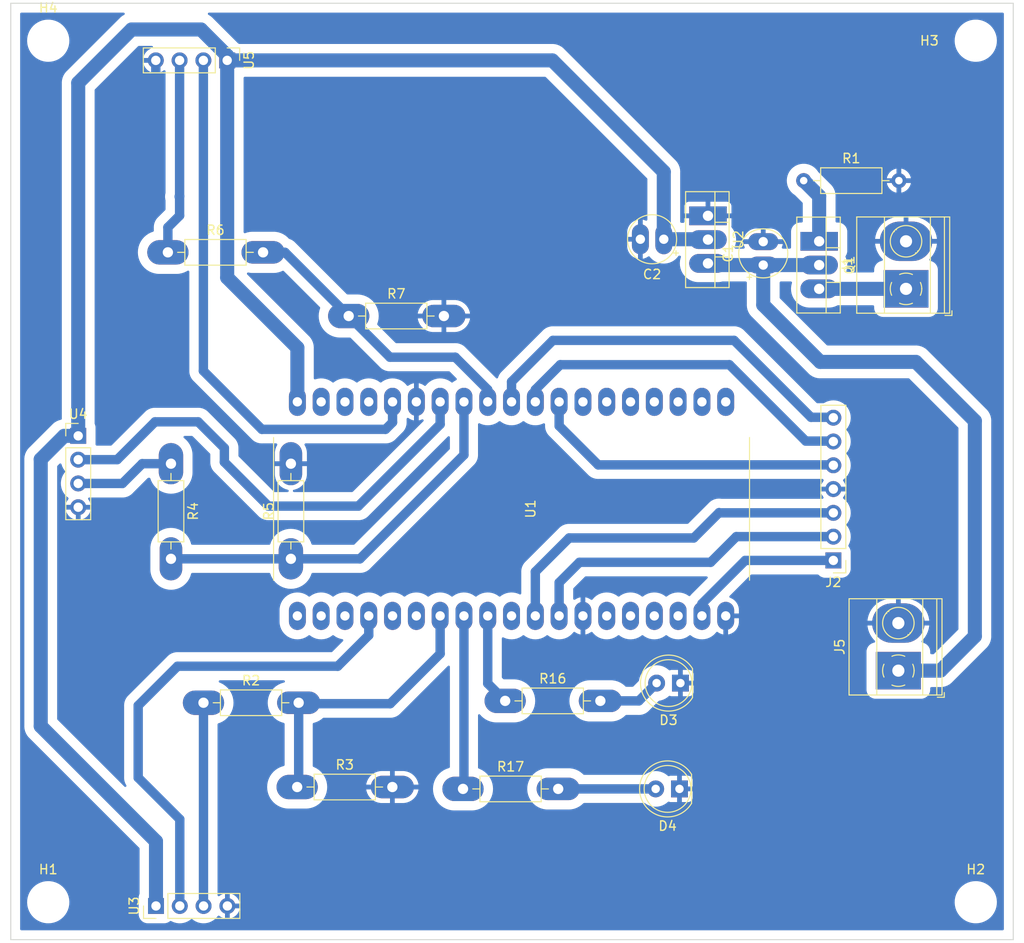
<source format=kicad_pcb>
(kicad_pcb (version 20211014) (generator pcbnew)
  (layers (0 "F.Cu" signal) (31 "B.Cu" signal) (34 "B.Paste" user) (35 "F.Paste" user) (36 "B.SilkS" user "B.Silkscreen") (37 "F.SilkS" user "F.Silkscreen") (38 "B.Mask" user) (39 "F.Mask" user) (44 "Edge.Cuts" user))
  (net 0 "")
  (net 1 "+12V")
  (net 2 "GND")
  (net 3 "+5V")
  (net 4 "Net-(D3-Pad2)")
  (net 5 "Net-(D4-Pad2)")
  (net 6 "+12P")
  (net 7 "ENA")
  (net 8 "IN1")
  (net 9 "IN2")
  (net 10 "IN3")
  (net 11 "IN4")
  (net 12 "ENB")
  (net 13 "Net-(Q1-Pad1)")
  (net 14 "+3.3V")
  (net 15 "ETRIG1")
  (net 16 "/Sensors/ECHO1")
  (net 17 "EECHO1")
  (net 18 "ETRIG2")
  (net 19 "/Sensors/ECHO2")
  (net 20 "EECHO2")
  (net 21 "ETRIG3")
  (net 22 "/Sensors/ECHO3")
  (net 23 "EECHO3")
  (net 24 "RLIGHT3")
  (net 25 "RLIGHT4")
  (net 31 "/SDA")
  (net 32 "/RX")
  (net 33 "/TX")
  (net 34 "/SCL")
  (footprint "UserLibrary:R_Axial_DIN0207_L6.3mm_D2.5mm_P10.16mm_Horizontal" (layer "F.Cu") (at 135.27 108.9)
    (fp_text reference "R17" (at 5.08 -2.37) (layer "F.SilkS"))
    (fp_text value "100")
    (fp_line (start 9.12 0) (end 8.35 0) (layer "F.SilkS") (width 0.12))
    (fp_line (start 8.35 -1.37) (end 1.81 -1.37) (layer "F.SilkS") (width 0.12))
    (fp_line (start 8.35 1.37) (end 8.35 -1.37) (layer "F.SilkS") (width 0.12))
    (fp_line (start 1.81 1.37) (end 8.35 1.37) (layer "F.SilkS") (width 0.12))
    (fp_line (start 1.81 -1.37) (end 1.81 1.37) (layer "F.SilkS") (width 0.12))
    (fp_line (start 1.04 0) (end 1.81 0) (layer "F.SilkS") (width 0.12))
    (pad "1" thru_hole oval (at 0 0) (size 4.4 2.6) (drill 1.1) (layers *.Cu *.Mask) (net 25 "RLIGHT4"))
    (pad "2" thru_hole oval (at 10.16 0) (size 4.6 2.4) (drill 1.1) (layers *.Cu *.Mask) (net 5 "Net-(D4-Pad2)"))
  )
  (footprint "UserLibrary:TerminalBlock_Phoenix_MKDS-1,5-2-5.08_1x02_P5.08mm_Horizontal" (layer "F.Cu") (at 181.737 96.271 90)
    (fp_text reference "J5" (at 2.54 -6.26 90) (layer "F.SilkS"))
    (fp_text value "Screw_Terminal_01x02")
    (fp_line (start -2.84 4.9) (end -2.34 4.9) (layer "F.SilkS") (width 0.12))
    (fp_line (start 7.68 -5.261) (end 7.68 4.66) (layer "F.SilkS") (width 0.12))
    (fp_line (start -2.6 4.1) (end 7.68 4.1) (layer "F.SilkS") (width 0.12))
    (fp_line (start 3.853 1.023) (end 3.806 1.069) (layer "F.SilkS") (width 0.12))
    (fp_line (start 4.046 1.239) (end 4.011 1.274) (layer "F.SilkS") (width 0.12))
    (fp_line (start -2.6 2.6) (end 7.68 2.6) (layer "F.SilkS") (width 0.12))
    (fp_line (start -2.6 -5.261) (end -2.6 4.66) (layer "F.SilkS") (width 0.12))
    (fp_line (start -2.6 -5.261) (end 7.68 -5.261) (layer "F.SilkS") (width 0.12))
    (fp_line (start 6.15 -1.275) (end 6.115 -1.239) (layer "F.SilkS") (width 0.12))
    (fp_line (start -2.6 4.66) (end 7.68 4.66) (layer "F.SilkS") (width 0.12))
    (fp_line (start -2.84 4.16) (end -2.84 4.9) (layer "F.SilkS") (width 0.12))
    (fp_line (start -2.6 -2.301) (end 7.68 -2.301) (layer "F.SilkS") (width 0.12))
    (fp_line (start 6.355 -1.069) (end 6.308 -1.023) (layer "F.SilkS") (width 0.12))
    (fp_arc (start 0.683318 1.534756) (mid 0.349292 1.643288) (end 0 1.68) (layer "F.SilkS") (width 0.12))
    (fp_arc (start -0.683042 -1.535427) (mid 0.000524 -1.680501) (end 0.684 -1.535) (layer "F.SilkS") (width 0.12))
    (fp_arc (start 0.028805 1.680253) (mid -0.335551 1.646659) (end -0.684 1.535) (layer "F.SilkS") (width 0.12))
    (fp_arc (start -1.535427 0.683042) (mid -1.680501 -0.000524) (end -1.535 -0.684) (layer "F.SilkS") (width 0.12))
    (fp_arc (start 1.535427 -0.683042) (mid 1.680501 0.000524) (end 1.535 0.684) (layer "F.SilkS") (width 0.12))
    (fp_circle (center 5.08 0) (end 6.76 0) (layer "F.SilkS") (width 0.12) (fill none))
    (pad "1" thru_hole rect (at 0 0 90) (size 4 4.8) (drill 1.3) (layers *.Cu *.Mask) (net 1 "+12V"))
    (pad "2" thru_hole oval (at 5.08 0 90) (size 4.2 5.6) (drill 1.3) (layers *.Cu *.Mask) (net 2 "GND"))
  )
  (footprint "Connector_PinHeader_2.54mm:PinHeader_1x04_P2.54mm_Vertical" (layer "F.Cu") (at 94.2 71.2)
    (fp_text reference "U4" (at 0 -2.33) (layer "F.SilkS"))
    (fp_text value "Ultrasonic")
    (fp_line (start 1.33 1.27) (end 1.33 8.95) (layer "F.SilkS") (width 0.12))
    (fp_line (start -1.33 -1.33) (end 0 -1.33) (layer "F.SilkS") (width 0.12))
    (fp_line (start -1.33 8.95) (end 1.33 8.95) (layer "F.SilkS") (width 0.12))
    (fp_line (start -1.33 1.27) (end -1.33 8.95) (layer "F.SilkS") (width 0.12))
    (fp_line (start -1.33 1.27) (end 1.33 1.27) (layer "F.SilkS") (width 0.12))
    (fp_line (start -1.33 0) (end -1.33 -1.33) (layer "F.SilkS") (width 0.12))
    (pad "1" thru_hole rect (at 0 0) (size 1.7 1.7) (drill 1) (layers *.Cu *.Mask) (net 3 "+5V"))
    (pad "2" thru_hole oval (at 0 2.54) (size 1.7 1.7) (drill 1) (layers *.Cu *.Mask) (net 18 "ETRIG2"))
    (pad "3" thru_hole oval (at 0 5.08) (size 1.7 1.7) (drill 1) (layers *.Cu *.Mask) (net 19 "/Sensors/ECHO2"))
    (pad "4" thru_hole oval (at 0 7.62) (size 1.7 1.7) (drill 1) (layers *.Cu *.Mask) (net 2 "GND"))
  )
  (footprint "Resistor_THT:R_Axial_DIN0207_L6.3mm_D2.5mm_P10.16mm_Horizontal" (layer "F.Cu") (at 171.633 43.942)
    (fp_text reference "R1" (at 5.08 -2.37) (layer "F.SilkS"))
    (fp_text value "1.1k")
    (fp_line (start 9.12 0) (end 8.35 0) (layer "F.SilkS") (width 0.12))
    (fp_line (start 1.04 0) (end 1.81 0) (layer "F.SilkS") (width 0.12))
    (fp_line (start 8.35 1.37) (end 8.35 -1.37) (layer "F.SilkS") (width 0.12))
    (fp_line (start 1.81 -1.37) (end 1.81 1.37) (layer "F.SilkS") (width 0.12))
    (fp_line (start 1.81 1.37) (end 8.35 1.37) (layer "F.SilkS") (width 0.12))
    (fp_line (start 8.35 -1.37) (end 1.81 -1.37) (layer "F.SilkS") (width 0.12))
    (pad "1" thru_hole circle (at 0 0) (size 1.6 1.6) (drill 0.8) (layers *.Cu *.Mask) (net 13 "Net-(Q1-Pad1)"))
    (pad "2" thru_hole oval (at 10.16 0) (size 1.6 1.6) (drill 0.8) (layers *.Cu *.Mask) (net 2 "GND"))
  )
  (footprint "Connector_PinHeader_2.54mm:PinHeader_1x07_P2.54mm_Vertical" (layer "F.Cu") (at 174.8 84.5 180)
    (fp_text reference "J2" (at 0 -2.33) (layer "F.SilkS"))
    (fp_text value "Conn_01x07_Male")
    (fp_line (start -1.33 16.57) (end 1.33 16.57) (layer "F.SilkS") (width 0.12))
    (fp_line (start -1.33 0) (end -1.33 -1.33) (layer "F.SilkS") (width 0.12))
    (fp_line (start 1.33 1.27) (end 1.33 16.57) (layer "F.SilkS") (width 0.12))
    (fp_line (start -1.33 1.27) (end 1.33 1.27) (layer "F.SilkS") (width 0.12))
    (fp_line (start -1.33 -1.33) (end 0 -1.33) (layer "F.SilkS") (width 0.12))
    (fp_line (start -1.33 1.27) (end -1.33 16.57) (layer "F.SilkS") (width 0.12))
    (pad "1" thru_hole rect (at 0 0 180) (size 1.7 1.7) (drill 1) (layers *.Cu *.Mask) (net 7 "ENA"))
    (pad "2" thru_hole oval (at 0 2.54 180) (size 1.7 1.7) (drill 1) (layers *.Cu *.Mask) (net 8 "IN1"))
    (pad "3" thru_hole oval (at 0 5.08 180) (size 1.7 1.7) (drill 1) (layers *.Cu *.Mask) (net 9 "IN2"))
    (pad "4" thru_hole oval (at 0 7.62 180) (size 1.7 1.7) (drill 1) (layers *.Cu *.Mask) (net 2 "GND"))
    (pad "5" thru_hole oval (at 0 10.16 180) (size 1.7 1.7) (drill 1) (layers *.Cu *.Mask) (net 10 "IN3"))
    (pad "6" thru_hole oval (at 0 12.7 180) (size 1.7 1.7) (drill 1) (layers *.Cu *.Mask) (net 11 "IN4"))
    (pad "7" thru_hole oval (at 0 15.24 180) (size 1.7 1.7) (drill 1) (layers *.Cu *.Mask) (net 12 "ENB"))
  )
  (footprint "UserLibrary:R_Axial_DIN0207_L6.3mm_D2.5mm_P10.16mm_Horizontal" (layer "F.Cu") (at 117.57 108.7)
    (fp_text reference "R3" (at 5.08 -2.37) (layer "F.SilkS"))
    (fp_text value "2k")
    (fp_line (start 1.81 1.37) (end 8.35 1.37) (layer "F.SilkS") (width 0.12))
    (fp_line (start 8.35 -1.37) (end 1.81 -1.37) (layer "F.SilkS") (width 0.12))
    (fp_line (start 1.81 -1.37) (end 1.81 1.37) (layer "F.SilkS") (width 0.12))
    (fp_line (start 1.04 0) (end 1.81 0) (layer "F.SilkS") (width 0.12))
    (fp_line (start 9.12 0) (end 8.35 0) (layer "F.SilkS") (width 0.12))
    (fp_line (start 8.35 1.37) (end 8.35 -1.37) (layer "F.SilkS") (width 0.12))
    (pad "1" thru_hole oval (at 0 0) (size 4.4 2.6) (drill 1.1) (layers *.Cu *.Mask) (net 17 "EECHO1"))
    (pad "2" thru_hole oval (at 10.16 0) (size 4.6 2.4) (drill 1.1) (layers *.Cu *.Mask) (net 2 "GND"))
  )
  (footprint "MountingHole:MountingHole_2.5mm" (layer "F.Cu") (at 91 29)
    (fp_text reference "H4" (at 0 -3.5) (layer "F.SilkS"))
    (fp_text value "MountingHole")
    (pad "" np_thru_hole circle (at 0 0) (size 2.5 2.5) (drill 2.5) (layers *.Cu *.Mask))
  )
  (footprint "UserLibrary:TerminalBlock_Phoenix_MKDS-1,5-2-5.08_1x02_P5.08mm_Horizontal" (layer "F.Cu") (at 182.555 55.499 90)
    (fp_text reference "J1" (at 2.54 -6.26 90) (layer "F.SilkS"))
    (fp_text value "Screw_Terminal_01x02")
    (fp_line (start -2.6 4.66) (end 7.68 4.66) (layer "F.SilkS") (width 0.12))
    (fp_line (start 6.355 -1.069) (end 6.308 -1.023) (layer "F.SilkS") (width 0.12))
    (fp_line (start 7.68 -5.261) (end 7.68 4.66) (layer "F.SilkS") (width 0.12))
    (fp_line (start -2.6 -2.301) (end 7.68 -2.301) (layer "F.SilkS") (width 0.12))
    (fp_line (start -2.6 -5.261) (end 7.68 -5.261) (layer "F.SilkS") (width 0.12))
    (fp_line (start -2.84 4.16) (end -2.84 4.9) (layer "F.SilkS") (width 0.12))
    (fp_line (start -2.6 -5.261) (end -2.6 4.66) (layer "F.SilkS") (width 0.12))
    (fp_line (start 3.853 1.023) (end 3.806 1.069) (layer "F.SilkS") (width 0.12))
    (fp_line (start -2.84 4.9) (end -2.34 4.9) (layer "F.SilkS") (width 0.12))
    (fp_line (start -2.6 4.1) (end 7.68 4.1) (layer "F.SilkS") (width 0.12))
    (fp_line (start 6.15 -1.275) (end 6.115 -1.239) (layer "F.SilkS") (width 0.12))
    (fp_line (start -2.6 2.6) (end 7.68 2.6) (layer "F.SilkS") (width 0.12))
    (fp_line (start 4.046 1.239) (end 4.011 1.274) (layer "F.SilkS") (width 0.12))
    (fp_arc (start 0.683318 1.534756) (mid 0.349292 1.643288) (end 0 1.68) (layer "F.SilkS") (width 0.12))
    (fp_arc (start -1.535427 0.683042) (mid -1.680501 -0.000524) (end -1.535 -0.684) (layer "F.SilkS") (width 0.12))
    (fp_arc (start 0.028805 1.680253) (mid -0.335551 1.646659) (end -0.684 1.535) (layer "F.SilkS") (width 0.12))
    (fp_arc (start -0.683042 -1.535427) (mid 0.000524 -1.680501) (end 0.684 -1.535) (layer "F.SilkS") (width 0.12))
    (fp_arc (start 1.535427 -0.683042) (mid 1.680501 0.000524) (end 1.535 0.684) (layer "F.SilkS") (width 0.12))
    (fp_circle (center 5.08 0) (end 6.76 0) (layer "F.SilkS") (width 0.12) (fill none))
    (pad "1" thru_hole rect (at 0 0 90) (size 4 4.8) (drill 1.3) (layers *.Cu *.Mask) (net 6 "+12P"))
    (pad "2" thru_hole oval (at 5.08 0 90) (size 4.2 5.6) (drill 1.3) (layers *.Cu *.Mask) (net 2 "GND"))
  )
  (footprint "UserLibrary:TO-220-3_Vertical" (layer "F.Cu") (at 160.4 47.7 -90)
    (fp_text reference "U2" (at 2.54 -4.27 90) (layer "F.SilkS"))
    (fp_text value "LM1084-5.0")
    (fp_line (start 4.391 -3.27) (end 4.391 -1.76) (layer "F.SilkS") (width 0.12))
    (fp_line (start -2.58 -3.27) (end 7.66 -3.27) (layer "F.SilkS") (width 0.12))
    (fp_line (start 0.69 -3.27) (end 0.69 -1.76) (layer "F.SilkS") (width 0.12))
    (fp_line (start -2.58 -3.27) (end -2.58 1.371) (layer "F.SilkS") (width 0.12))
    (fp_line (start -2.58 1.371) (end 7.66 1.371) (layer "F.SilkS") (width 0.12))
    (fp_line (start 7.66 -3.27) (end 7.66 1.371) (layer "F.SilkS") (width 0.12))
    (fp_line (start -2.58 -1.76) (end 7.66 -1.76) (layer "F.SilkS") (width 0.12))
    (pad "1" thru_hole rect (at 0 -1.016 270) (size 2 4) (drill 1.1) (layers *.Cu *.Mask) (net 2 "GND"))
    (pad "2" thru_hole oval (at 2.54 -1.016 270) (size 2 4) (drill 1.1) (layers *.Cu *.Mask) (net 3 "+5V"))
    (pad "3" thru_hole oval (at 5.08 -1.016 270) (size 2 4) (drill 1.1) (layers *.Cu *.Mask) (net 1 "+12V"))
  )
  (footprint "UserLibrary:CP_Radial_D5.0mm_P2.50mm" (layer "F.Cu") (at 156.7 50.2 180)
    (fp_text reference "C2" (at 1.25 -3.75) (layer "F.SilkS"))
    (fp_text value "10uF")
    (fp_line (start -1.554775 -1.475) (end -1.054775 -1.475) (layer "F.SilkS") (width 0.12))
    (fp_line (start -1.304775 -1.725) (end -1.304775 -1.225) (layer "F.SilkS") (width 0.12))
    (fp_circle (center 1.25 0) (end 3.87 0) (layer "F.SilkS") (width 0.12) (fill none))
    (pad "1" thru_hole oval (at 0 0 180) (size 1.8 3.2) (drill 1) (layers *.Cu *.Mask) (net 3 "+5V"))
    (pad "2" thru_hole oval (at 2.5 0 180) (size 1.8 3.2) (drill 1) (layers *.Cu *.Mask) (net 2 "GND"))
  )
  (footprint "UserLibrary:R_Axial_DIN0207_L6.3mm_D2.5mm_P10.16mm_Horizontal" (layer "F.Cu") (at 104.1 74.17 -90)
    (fp_text reference "R4" (at 5.08 -2.37 90) (layer "F.SilkS"))
    (fp_text value "1k")
    (fp_line (start 8.35 1.37) (end 8.35 -1.37) (layer "F.SilkS") (width 0.12))
    (fp_line (start 9.12 0) (end 8.35 0) (layer "F.SilkS") (width 0.12))
    (fp_line (start 1.81 1.37) (end 8.35 1.37) (layer "F.SilkS") (width 0.12))
    (fp_line (start 1.81 -1.37) (end 1.81 1.37) (layer "F.SilkS") (width 0.12))
    (fp_line (start 1.04 0) (end 1.81 0) (layer "F.SilkS") (width 0.12))
    (fp_line (start 8.35 -1.37) (end 1.81 -1.37) (layer "F.SilkS") (width 0.12))
    (pad "1" thru_hole oval (at 0 0 270) (size 4.4 2.6) (drill 1.1) (layers *.Cu *.Mask) (net 19 "/Sensors/ECHO2"))
    (pad "2" thru_hole oval (at 10.16 0 270) (size 4.6 2.4) (drill 1.1) (layers *.Cu *.Mask) (net 20 "EECHO2"))
  )
  (footprint "Connector_PinHeader_2.54mm:PinHeader_1x04_P2.54mm_Vertical" (layer "F.Cu") (at 110.1 31.1 -90)
    (fp_text reference "U5" (at 0 -2.33 90) (layer "F.SilkS"))
    (fp_text value "Ultrasonic")
    (fp_line (start 1.33 1.27) (end 1.33 8.95) (layer "F.SilkS") (width 0.12))
    (fp_line (start -1.33 1.27) (end -1.33 8.95) (layer "F.SilkS") (width 0.12))
    (fp_line (start -1.33 1.27) (end 1.33 1.27) (layer "F.SilkS") (width 0.12))
    (fp_line (start -1.33 8.95) (end 1.33 8.95) (layer "F.SilkS") (width 0.12))
    (fp_line (start -1.33 0) (end -1.33 -1.33) (layer "F.SilkS") (width 0.12))
    (fp_line (start -1.33 -1.33) (end 0 -1.33) (layer "F.SilkS") (width 0.12))
    (pad "1" thru_hole rect (at 0 0 270) (size 1.7 1.7) (drill 1) (layers *.Cu *.Mask) (net 3 "+5V"))
    (pad "2" thru_hole oval (at 0 2.54 270) (size 1.7 1.7) (drill 1) (layers *.Cu *.Mask) (net 21 "ETRIG3"))
    (pad "3" thru_hole oval (at 0 5.08 270) (size 1.7 1.7) (drill 1) (layers *.Cu *.Mask) (net 22 "/Sensors/ECHO3"))
    (pad "4" thru_hole oval (at 0 7.62 270) (size 1.7 1.7) (drill 1) (layers *.Cu *.Mask) (net 2 "GND"))
  )
  (footprint "UserLibrary:R_Axial_DIN0207_L6.3mm_D2.5mm_P10.16mm_Horizontal" (layer "F.Cu") (at 107.57 99.7)
    (fp_text reference "R2" (at 5.08 -2.37) (layer "F.SilkS"))
    (fp_text value "1k")
    (fp_line (start 1.81 1.37) (end 8.35 1.37) (layer "F.SilkS") (width 0.12))
    (fp_line (start 8.35 1.37) (end 8.35 -1.37) (layer "F.SilkS") (width 0.12))
    (fp_line (start 8.35 -1.37) (end 1.81 -1.37) (layer "F.SilkS") (width 0.12))
    (fp_line (start 9.12 0) (end 8.35 0) (layer "F.SilkS") (width 0.12))
    (fp_line (start 1.81 -1.37) (end 1.81 1.37) (layer "F.SilkS") (width 0.12))
    (fp_line (start 1.04 0) (end 1.81 0) (layer "F.SilkS") (width 0.12))
    (pad "1" thru_hole oval (at 0 0) (size 4.4 2.6) (drill 1.1) (layers *.Cu *.Mask) (net 16 "/Sensors/ECHO1"))
    (pad "2" thru_hole oval (at 10.16 0) (size 4.6 2.4) (drill 1.1) (layers *.Cu *.Mask) (net 17 "EECHO1"))
  )
  (footprint "LED_THT:LED_D5.0mm" (layer "F.Cu") (at 158.375 108.9 180)
    (fp_text reference "D4" (at 1.27 -3.96) (layer "F.SilkS"))
    (fp_text value "LED")
    (fp_line (start -1.29 -1.545) (end -1.29 1.545) (layer "F.SilkS") (width 0.12))
    (fp_arc (start 4.26 -0.000462) (mid 2.072002 2.880433) (end -1.29 1.54483) (layer "F.SilkS") (width 0.12))
    (fp_arc (start -1.29 -1.54483) (mid 2.072002 -2.880433) (end 4.26 0.000462) (layer "F.SilkS") (width 0.12))
    (fp_circle (center 1.27 0) (end 3.77 0) (layer "F.SilkS") (width 0.12) (fill none))
    (pad "1" thru_hole rect (at 0 0 180) (size 1.8 1.8) (drill 0.9) (layers *.Cu *.Mask) (net 2 "GND"))
    (pad "2" thru_hole circle (at 2.54 0 180) (size 1.8 1.8) (drill 0.9) (layers *.Cu *.Mask) (net 5 "Net-(D4-Pad2)"))
  )
  (footprint "MountingHole:MountingHole_2.5mm" (layer "F.Cu") (at 91 121)
    (fp_text reference "H1" (at 0 -3.5) (layer "F.SilkS"))
    (fp_text value "MountingHole")
    (pad "" np_thru_hole circle (at 0 0) (size 2.5 2.5) (drill 2.5) (layers *.Cu *.Mask))
  )
  (footprint "UserLibrary:R_Axial_DIN0207_L6.3mm_D2.5mm_P10.16mm_Horizontal" (layer "F.Cu") (at 139.77 99.5)
    (fp_text reference "R16" (at 5.08 -2.37) (layer "F.SilkS"))
    (fp_text value "100")
    (fp_line (start 1.81 -1.37) (end 1.81 1.37) (layer "F.SilkS") (width 0.12))
    (fp_line (start 1.04 0) (end 1.81 0) (layer "F.SilkS") (width 0.12))
    (fp_line (start 1.81 1.37) (end 8.35 1.37) (layer "F.SilkS") (width 0.12))
    (fp_line (start 9.12 0) (end 8.35 0) (layer "F.SilkS") (width 0.12))
    (fp_line (start 8.35 -1.37) (end 1.81 -1.37) (layer "F.SilkS") (width 0.12))
    (fp_line (start 8.35 1.37) (end 8.35 -1.37) (layer "F.SilkS") (width 0.12))
    (pad "1" thru_hole oval (at 0 0) (size 4.4 2.6) (drill 1.1) (layers *.Cu *.Mask) (net 24 "RLIGHT3"))
    (pad "2" thru_hole oval (at 10.16 0) (size 4.6 2.4) (drill 1.1) (layers *.Cu *.Mask) (net 4 "Net-(D3-Pad2)"))
  )
  (footprint "UserLibrary:TO-220-3_Vertical" (layer "F.Cu") (at 172.268 50.419 -90)
    (fp_text reference "Q1" (at 2.54 -4.27 90) (layer "F.SilkS"))
    (fp_text value "FQP27P06")
    (fp_line (start 4.391 -3.27) (end 4.391 -1.76) (layer "F.SilkS") (width 0.12))
    (fp_line (start 7.66 -3.27) (end 7.66 1.371) (layer "F.SilkS") (width 0.12))
    (fp_line (start 0.69 -3.27) (end 0.69 -1.76) (layer "F.SilkS") (width 0.12))
    (fp_line (start -2.58 -1.76) (end 7.66 -1.76) (layer "F.SilkS") (width 0.12))
    (fp_line (start -2.58 1.371) (end 7.66 1.371) (layer "F.SilkS") (width 0.12))
    (fp_line (start -2.58 -3.27) (end -2.58 1.371) (layer "F.SilkS") (width 0.12))
    (fp_line (start -2.58 -3.27) (end 7.66 -3.27) (layer "F.SilkS") (width 0.12))
    (pad "1" thru_hole rect (at 0 -1.016 270) (size 2 4) (drill 1.1) (layers *.Cu *.Mask) (net 13 "Net-(Q1-Pad1)"))
    (pad "2" thru_hole oval (at 2.54 -1.016 270) (size 2 4) (drill 1.1) (layers *.Cu *.Mask) (net 1 "+12V"))
    (pad "3" thru_hole oval (at 5.08 -1.016 270) (size 2 4) (drill 1.1) (layers *.Cu *.Mask) (net 6 "+12P"))
  )
  (footprint "UserLibrary:R_Axial_DIN0207_L6.3mm_D2.5mm_P10.16mm_Horizontal" (layer "F.Cu") (at 123.07 58.4)
    (fp_text reference "R7" (at 5.08 -2.37) (layer "F.SilkS"))
    (fp_text value "2k")
    (fp_line (start 1.81 1.37) (end 8.35 1.37) (layer "F.SilkS") (width 0.12))
    (fp_line (start 8.35 1.37) (end 8.35 -1.37) (layer "F.SilkS") (width 0.12))
    (fp_line (start 1.04 0) (end 1.81 0) (layer "F.SilkS") (width 0.12))
    (fp_line (start 9.12 0) (end 8.35 0) (layer "F.SilkS") (width 0.12))
    (fp_line (start 1.81 -1.37) (end 1.81 1.37) (layer "F.SilkS") (width 0.12))
    (fp_line (start 8.35 -1.37) (end 1.81 -1.37) (layer "F.SilkS") (width 0.12))
    (pad "1" thru_hole oval (at 0 0) (size 4.4 2.6) (drill 1.1) (layers *.Cu *.Mask) (net 23 "EECHO3"))
    (pad "2" thru_hole oval (at 10.16 0) (size 4.6 2.4) (drill 1.1) (layers *.Cu *.Mask) (net 2 "GND"))
  )
  (footprint "MountingHole:MountingHole_2.5mm" (layer "F.Cu") (at 190 121)
    (fp_text reference "H2" (at 0 -3.5) (layer "F.SilkS"))
    (fp_text value "MountingHole")
    (pad "" np_thru_hole circle (at 0 0) (size 2.5 2.5) (drill 2.5) (layers *.Cu *.Mask))
  )
  (footprint "LED_THT:LED_D5.0mm" (layer "F.Cu") (at 158.475 97.6 180)
    (fp_text reference "D3" (at 1.27 -3.96) (layer "F.SilkS"))
    (fp_text value "LED")
    (fp_line (start -1.29 -1.545) (end -1.29 1.545) (layer "F.SilkS") (width 0.12))
    (fp_arc (start 4.26 -0.000462) (mid 2.072002 2.880433) (end -1.29 1.54483) (layer "F.SilkS") (width 0.12))
    (fp_arc (start -1.29 -1.54483) (mid 2.072002 -2.880433) (end 4.26 0.000462) (layer "F.SilkS") (width 0.12))
    (fp_circle (center 1.27 0) (end 3.77 0) (layer "F.SilkS") (width 0.12) (fill none))
    (pad "1" thru_hole rect (at 0 0 180) (size 1.8 1.8) (drill 0.9) (layers *.Cu *.Mask) (net 2 "GND"))
    (pad "2" thru_hole circle (at 2.54 0 180) (size 1.8 1.8) (drill 0.9) (layers *.Cu *.Mask) (net 4 "Net-(D3-Pad2)"))
  )
  (footprint "MountingHole:MountingHole_2.5mm" (layer "F.Cu") (at 190 29)
    (fp_text reference "H3" (at -4.953 0) (layer "F.SilkS"))
    (fp_text value "MountingHole")
    (pad "" np_thru_hole circle (at 0 0) (size 2.5 2.5) (drill 2.5) (layers *.Cu *.Mask))
  )
  (footprint "UserLibrary:R_Axial_DIN0207_L6.3mm_D2.5mm_P10.16mm_Horizontal" (layer "F.Cu") (at 116.9 84.33 90)
    (fp_text reference "R5" (at 5.08 -2.37 90) (layer "F.SilkS"))
    (fp_text value "2k")
    (fp_line (start 9.12 0) (end 8.35 0) (layer "F.SilkS") (width 0.12))
    (fp_line (start 1.81 -1.37) (end 1.81 1.37) (layer "F.SilkS") (width 0.12))
    (fp_line (start 1.04 0) (end 1.81 0) (layer "F.SilkS") (width 0.12))
    (fp_line (start 8.35 1.37) (end 8.35 -1.37) (layer "F.SilkS") (width 0.12))
    (fp_line (start 8.35 -1.37) (end 1.81 -1.37) (layer "F.SilkS") (width 0.12))
    (fp_line (start 1.81 1.37) (end 8.35 1.37) (layer "F.SilkS") (width 0.12))
    (pad "1" thru_hole oval (at 0 0 90) (size 4.4 2.6) (drill 1.1) (layers *.Cu *.Mask) (net 20 "EECHO2"))
    (pad "2" thru_hole oval (at 10.16 0 90) (size 4.6 2.4) (drill 1.1) (layers *.Cu *.Mask) (net 2 "GND"))
  )
  (footprint "UserLibrary:R_Axial_DIN0207_L6.3mm_D2.5mm_P10.16mm_Horizontal" (layer "F.Cu") (at 103.77 51.6)
    (fp_text reference "R6" (at 5.08 -2.37) (layer "F.SilkS"))
    (fp_text value "1k")
    (fp_line (start 8.35 -1.37) (end 1.81 -1.37) (layer "F.SilkS") (width 0.12))
    (fp_line (start 1.81 1.37) (end 8.35 1.37) (layer "F.SilkS") (width 0.12))
    (fp_line (start 1.04 0) (end 1.81 0) (layer "F.SilkS") (width 0.12))
    (fp_line (start 8.35 1.37) (end 8.35 -1.37) (layer "F.SilkS") (width 0.12))
    (fp_line (start 1.81 -1.37) (end 1.81 1.37) (layer "F.SilkS") (width 0.12))
    (fp_line (start 9.12 0) (end 8.35 0) (layer "F.SilkS") (width 0.12))
    (pad "1" thru_hole oval (at 0 0) (size 4.4 2.6) (drill 1.1) (layers *.Cu *.Mask) (net 22 "/Sensors/ECHO3"))
    (pad "2" thru_hole oval (at 10.16 0) (size 4.6 2.4) (drill 1.1) (layers *.Cu *.Mask) (net 23 "EECHO3"))
  )
  (footprint "Connector_PinHeader_2.54mm:PinHeader_1x04_P2.54mm_Vertical" (layer "F.Cu") (at 102.5 121.4 90)
    (fp_text reference "U3" (at 0 -2.33 90) (layer "F.SilkS"))
    (fp_text value "Ultrasonic")
    (fp_line (start -1.33 8.95) (end 1.33 8.95) (layer "F.SilkS") (width 0.12))
    (fp_line (start -1.33 0) (end -1.33 -1.33) (layer "F.SilkS") (width 0.12))
    (fp_line (start -1.33 -1.33) (end 0 -1.33) (layer "F.SilkS") (width 0.12))
    (fp_line (start -1.33 1.27) (end -1.33 8.95) (layer "F.SilkS") (width 0.12))
    (fp_line (start -1.33 1.27) (end 1.33 1.27) (layer "F.SilkS") (width 0.12))
    (fp_line (start 1.33 1.27) (end 1.33 8.95) (layer "F.SilkS") (width 0.12))
    (pad "1" thru_hole rect (at 0 0 90) (size 1.7 1.7) (drill 1) (layers *.Cu *.Mask) (net 3 "+5V"))
    (pad "2" thru_hole oval (at 0 2.54 90) (size 1.7 1.7) (drill 1) (layers *.Cu *.Mask) (net 15 "ETRIG1"))
    (pad "3" thru_hole oval (at 0 5.08 90) (size 1.7 1.7) (drill 1) (layers *.Cu *.Mask) (net 16 "/Sensors/ECHO1"))
    (pad "4" thru_hole oval (at 0 7.62 90) (size 1.7 1.7) (drill 1) (layers *.Cu *.Mask) (net 2 "GND"))
  )
  (footprint "UserLibrary:ESP32-S" (layer "F.Cu") (at 140.450225 78.994 90)
    (fp_text reference "U1" (at 0 2.04 90 unlocked) (layer "F.SilkS"))
    (fp_text value "ESP32-S")
    (fp_line (start -7.62 -25.4) (end 7.62 -25.4) (layer "F.SilkS") (width 0.12))
    (fp_line (start -7.62 25.4) (end 7.62 25.4) (layer "F.SilkS") (width 0.12))
    (pad "1" thru_hole oval (at -11.43 -22.86 90) (size 3 1.8) (drill 1) (layers *.Cu *.Mask))
    (pad "2" thru_hole oval (at -11.43 -20.32 90) (size 3 1.8) (drill 1) (layers *.Cu *.Mask))
    (pad "3" thru_hole oval (at -11.43 -17.78 90) (size 3 1.8) (drill 1) (layers *.Cu *.Mask))
    (pad "4" thru_hole oval (at -11.43 -15.24 90) (size 3 1.8) (drill 1) (layers *.Cu *.Mask) (net 15 "ETRIG1"))
    (pad "5" thru_hole oval (at -11.43 -12.7 90) (size 3 1.8) (drill 1) (layers *.Cu *.Mask))
    (pad "6" thru_hole oval (at -11.43 -10.16 90) (size 3 1.8) (drill 1) (layers *.Cu *.Mask))
    (pad "7" thru_hole oval (at -11.43 -7.62 90) (size 3 1.8) (drill 1) (layers *.Cu *.Mask) (net 17 "EECHO1"))
    (pad "8" thru_hole oval (at -11.43 -5.08 90) (size 3 1.8) (drill 1) (layers *.Cu *.Mask) (net 25 "RLIGHT4"))
    (pad "9" thru_hole oval (at -11.43 -2.54 90) (size 3 1.8) (drill 1) (layers *.Cu *.Mask) (net 24 "RLIGHT3"))
    (pad "10" thru_hole oval (at -11.43 0 90) (size 3 1.8) (drill 1) (layers *.Cu *.Mask))
    (pad "11" thru_hole oval (at -11.43 2.54 90) (size 3 1.8) (drill 1) (layers *.Cu *.Mask) (net 9 "IN2"))
    (pad "12" thru_hole oval (at -11.43 5.08 90) (size 3 1.8) (drill 1) (layers *.Cu *.Mask) (net 8 "IN1"))
    (pad "13" thru_hole oval (at -11.43 7.62 90) (size 3 1.8) (drill 1) (layers *.Cu *.Mask) (net 2 "GND"))
    (pad "14" thru_hole oval (at -11.43 10.16 90) (size 3 1.8) (drill 1) (layers *.Cu *.Mask) (net 31 "/SDA"))
    (pad "15" thru_hole oval (at -11.43 12.7 90) (size 3 1.8) (drill 1) (layers *.Cu *.Mask) (net 32 "/RX"))
    (pad "16" thru_hole oval (at -11.43 15.24 90) (size 3 1.8) (drill 1) (layers *.Cu *.Mask) (net 33 "/TX"))
    (pad "17" thru_hole oval (at -11.43 17.78 90) (size 3 1.8) (drill 1) (layers *.Cu *.Mask) (net 34 "/SCL"))
    (pad "18" thru_hole oval (at -11.43 20.32 90) (size 3 1.8) (drill 1) (layers *.Cu *.Mask) (net 7 "ENA"))
    (pad "19" thru_hole oval (at -11.43 22.86 90) (size 3 1.8) (drill 1) (layers *.Cu *.Mask) (net 2 "GND"))
    (pad "20" thru_hole oval (at 11.43 22.86 90) (size 3 1.8) (drill 1) (layers *.Cu *.Mask) (net 14 "+3.3V"))
    (pad "21" thru_hole oval (at 11.43 20.32 90) (size 3 1.8) (drill 1) (layers *.Cu *.Mask))
    (pad "22" thru_hole oval (at 11.43 17.78 90) (size 3 1.8) (drill 1) (layers *.Cu *.Mask))
    (pad "23" thru_hole oval (at 11.43 15.24 90) (size 3 1.8) (drill 1) (layers *.Cu *.Mask))
    (pad "24" thru_hole oval (at 11.43 12.7 90) (size 3 1.8) (drill 1) (layers *.Cu *.Mask))
    (pad "25" thru_hole oval (at 11.43 10.16 90) (size 3 1.8) (drill 1) (layers *.Cu *.Mask))
    (pad "26" thru_hole oval (at 11.43 7.62 90) (size 3 1.8) (drill 1) (layers *.Cu *.Mask))
    (pad "27" thru_hole oval (at 11.43 5.08 90) (size 3 1.8) (drill 1) (layers *.Cu *.Mask) (net 10 "IN3"))
    (pad "28" thru_hole oval (at 11.43 2.54 90) (size 3 1.8) (drill 1) (layers *.Cu *.Mask) (net 11 "IN4"))
    (pad "29" thru_hole oval (at 11.43 0 90) (size 3 1.8) (drill 1) (layers *.Cu *.Mask) (net 12 "ENB"))
    (pad "30" thru_hole oval (at 11.43 -2.54 90) (size 3 1.8) (drill 1) (layers *.Cu *.Mask) (net 23 "EECHO3"))
    (pad "31" thru_hole oval (at 11.43 -5.08 90) (size 3 1.8) (drill 1) (layers *.Cu *.Mask) (net 20 "EECHO2"))
    (pad "32" thru_hole oval (at 11.43 -7.62 90) (size 3 1.8) (drill 1) (layers *.Cu *.Mask) (net 18 "ETRIG2"))
    (pad "33" thru_hole oval (at 11.43 -10.16 90) (size 3 1.8) (drill 1) (layers *.Cu *.Mask) (net 2 "GND"))
    (pad "34" thru_hole oval (at 11.43 -12.7 90) (size 3 1.8) (drill 1) (layers *.Cu *.Mask) (net 21 "ETRIG3"))
    (pad "35" thru_hole oval (at 11.43 -15.24 90) (size 3 1.8) (drill 1) (layers *.Cu *.Mask))
    (pad "36" thru_hole oval (at 11.43 -17.78 90) (size 3 1.8) (drill 1) (layers *.Cu *.Mask))
    (pad "37" thru_hole oval (at 11.43 -20.32 90) (size 3 1.8) (drill 1) (layers *.Cu *.Mask))
    (pad "38" thru_hole oval (at 11.43 -22.86 90) (size 3 1.8) (drill 1) (layers *.Cu *.Mask) (net 3 "+5V"))
  )
  (footprint "UserLibrary:CP_Radial_D5.0mm_P2.50mm" (layer "F.Cu") (at 167.315 52.959 90)
    (fp_text reference "C1" (at 1.25 -3.75 90) (layer "F.SilkS"))
    (fp_text value "10uF")
    (fp_line (start -1.304775 -1.725) (end -1.304775 -1.225) (layer "F.SilkS") (width 0.12))
    (fp_line (start -1.554775 -1.475) (end -1.054775 -1.475) (layer "F.SilkS") (width 0.12))
    (fp_circle (center 1.25 0) (end 3.87 0) (layer "F.SilkS") (width 0.12) (fill none))
    (pad "1" thru_hole oval (at 0 0 90) (size 1.8 3.2) (drill 1) (layers *.Cu *.Mask) (net 1 "+12V"))
    (pad "2" thru_hole oval (at 2.5 0 90) (size 1.8 3.2) (drill 1) (layers *.Cu *.Mask) (net 2 "GND"))
  )
  (gr_line (start 194 25) (end 194 125) (layer "Edge.Cuts") (width 0.1))
  (gr_line (start 87 125) (end 87 25) (layer "Edge.Cuts") (width 0.1))
  (gr_line (start 194 125) (end 87 125) (layer "Edge.Cuts") (width 0.1))
  (gr_line (start 87 25) (end 194 25) (layer "Edge.Cuts") (width 0.1))
  (segment (start 183.6 63.3) (end 189.9 69.6) (width 1.5) (layer "B.Cu") (net 1))
  (segment (start 189.9 69.6) (end 189.9 92.6) (width 1.5) (layer "B.Cu") (net 1))
  (segment (start 167.315 52.959) (end 167.315 57.215) (width 1.5) (layer "B.Cu") (net 1))
  (segment (start 186.229 96.271) (end 181.737 96.271) (width 1.5) (layer "B.Cu") (net 1))
  (segment (start 189.9 92.6) (end 186.229 96.271) (width 1.5) (layer "B.Cu") (net 1))
  (segment (start 173.284 52.959) (end 167.315 52.959) (width 1.5) (layer "B.Cu") (net 1))
  (segment (start 167.315 57.215) (end 173.4 63.3) (width 1.5) (layer "B.Cu") (net 1))
  (segment (start 161.595 52.959) (end 161.416 52.78) (width 1.5) (layer "B.Cu") (net 1))
  (segment (start 167.315 52.959) (end 161.595 52.959) (width 1.5) (layer "B.Cu") (net 1))
  (segment (start 173.4 63.3) (end 183.6 63.3) (width 1.5) (layer "B.Cu") (net 1))
  (segment (start 102.48 46.92) (end 99.6 49.8) (width 1) (layer "B.Cu") (net 2))
  (segment (start 102.48 31.1) (end 102.48 46.92) (width 1) (layer "B.Cu") (net 2))
  (segment (start 99.6 49.8) (end 99.6 59.5) (width 1) (layer "B.Cu") (net 2))
  (segment (start 116.67 74.4) (end 116.9 74.17) (width 1) (layer "B.Cu") (net 2))
  (segment (start 92.7 71.2) (end 90.2 73.7) (width 1.5) (layer "B.Cu") (net 3))
  (segment (start 110.1 54.3) (end 110.1 31.1) (width 1.5) (layer "B.Cu") (net 3))
  (segment (start 161.376 50.2) (end 161.416 50.24) (width 1.5) (layer "B.Cu") (net 3))
  (segment (start 90.2 73.7) (end 90.2 102.2) (width 1.5) (layer "B.Cu") (net 3))
  (segment (start 99.9 27.8) (end 107.3 27.8) (width 1.5) (layer "B.Cu") (net 3))
  (segment (start 156.7 50.2) (end 156.7 43) (width 1.5) (layer "B.Cu") (net 3))
  (segment (start 156.7 43) (end 144.8 31.1) (width 1.5) (layer "B.Cu") (net 3))
  (segment (start 117.590225 67.564) (end 117.590225 61.790225) (width 1.5) (layer "B.Cu") (net 3))
  (segment (start 117.590225 61.790225) (end 110.1 54.3) (width 1.5) (layer "B.Cu") (net 3))
  (segment (start 110.1 30.6) (end 110.1 31.1) (width 1.5) (layer "B.Cu") (net 3))
  (segment (start 94.2 33.5) (end 99.9 27.8) (width 1.5) (layer "B.Cu") (net 3))
  (segment (start 94.2 71.2) (end 94.2 33.5) (width 1.5) (layer "B.Cu") (net 3))
  (segment (start 144.8 31.1) (end 110.1 31.1) (width 1.5) (layer "B.Cu") (net 3))
  (segment (start 94.2 71.2) (end 92.7 71.2) (width 1.5) (layer "B.Cu") (net 3))
  (segment (start 102.5 114.5) (end 102.5 121.4) (width 1.5) (layer "B.Cu") (net 3))
  (segment (start 107.3 27.8) (end 110.1 30.6) (width 1.5) (layer "B.Cu") (net 3))
  (segment (start 90.2 102.2) (end 102.5 114.5) (width 1.5) (layer "B.Cu") (net 3))
  (segment (start 156.7 50.2) (end 161.376 50.2) (width 1.5) (layer "B.Cu") (net 3))
  (segment (start 149.93 99.5) (end 154.035 99.5) (width 1) (layer "B.Cu") (net 4))
  (segment (start 154.035 99.5) (end 155.935 97.6) (width 1) (layer "B.Cu") (net 4))
  (segment (start 145.43 108.9) (end 155.835 108.9) (width 1) (layer "B.Cu") (net 5))
  (segment (start 182.555 55.499) (end 173.284 55.499) (width 1.5) (layer "B.Cu") (net 6))
  (segment (start 160.770225 89.124) (end 165.394225 84.5) (width 1) (layer "B.Cu") (net 7))
  (segment (start 165.394225 84.5) (end 174.8 84.5) (width 1) (layer "B.Cu") (net 7))
  (segment (start 160.770225 90.424) (end 160.770225 89.124) (width 1) (layer "B.Cu") (net 7))
  (segment (start 145.530225 90.424) (end 145.530225 86.869775) (width 1) (layer "B.Cu") (net 8))
  (segment (start 164.44 81.96) (end 174.8 81.96) (width 1) (layer "B.Cu") (net 8))
  (segment (start 161.7 84.7) (end 164.44 81.96) (width 1) (layer "B.Cu") (net 8))
  (segment (start 147.7 84.7) (end 161.7 84.7) (width 1) (layer "B.Cu") (net 8))
  (segment (start 145.530225 86.869775) (end 147.7 84.7) (width 1) (layer "B.Cu") (net 8))
  (segment (start 142.990225 85.709775) (end 146.6 82.1) (width 1) (layer "B.Cu") (net 9))
  (segment (start 142.990225 90.424) (end 142.990225 85.709775) (width 1) (layer "B.Cu") (net 9))
  (segment (start 146.6 82.1) (end 159.9 82.1) (width 1) (layer "B.Cu") (net 9))
  (segment (start 159.9 82.1) (end 162.6 79.4) (width 1) (layer "B.Cu") (net 9))
  (segment (start 162.62 79.42) (end 174.8 79.42) (width 1) (layer "B.Cu") (net 9))
  (segment (start 162.6 79.4) (end 162.62 79.42) (width 1) (layer "B.Cu") (net 9))
  (segment (start 149.695 74.295) (end 174.625 74.295) (width 1) (layer "B.Cu") (net 10))
  (segment (start 145.530225 70.130225) (end 149.695 74.295) (width 1) (layer "B.Cu") (net 10))
  (segment (start 145.530225 67.564) (end 145.530225 70.130225) (width 1) (layer "B.Cu") (net 10))
  (segment (start 163.7 63.6) (end 171.855 71.755) (width 1) (layer "B.Cu") (net 11))
  (segment (start 145.654225 63.6) (end 163.7 63.6) (width 1) (layer "B.Cu") (net 11))
  (segment (start 171.855 71.755) (end 174.625 71.755) (width 1) (layer "B.Cu") (net 11))
  (segment (start 142.990225 67.564) (end 142.990225 66.264) (width 1) (layer "B.Cu") (net 11))
  (segment (start 142.990225 66.264) (end 145.654225 63.6) (width 1) (layer "B.Cu") (net 11))
  (segment (start 140.450225 65.416775) (end 144.867 61) (width 1) (layer "B.Cu") (net 12))
  (segment (start 140.450225 67.564) (end 140.450225 65.416775) (width 1) (layer "B.Cu") (net 12))
  (segment (start 144.867 61) (end 164.2 61) (width 1) (layer "B.Cu") (net 12))
  (segment (start 172.415 69.215) (end 174.625 69.215) (width 1) (layer "B.Cu") (net 12))
  (segment (start 164.2 61) (end 172.415 69.215) (width 1) (layer "B.Cu") (net 12))
  (segment (start 173.284 50.419) (end 173.284 45.593) (width 1.5) (layer "B.Cu") (net 13))
  (segment (start 173.284 45.593) (end 171.633 43.942) (width 1.5) (layer "B.Cu") (net 13))
  (segment (start 121.9 95.8) (end 104.8 95.8) (width 1) (layer "B.Cu") (net 15))
  (segment (start 100.6 107.7) (end 105.04 112.14) (width 1) (layer "B.Cu") (net 15))
  (segment (start 105.04 112.14) (end 105.04 121.4) (width 1) (layer "B.Cu") (net 15))
  (segment (start 100.6 100) (end 100.6 107.7) (width 1) (layer "B.Cu") (net 15))
  (segment (start 125.210225 90.424) (end 125.210225 92.489775) (width 1) (layer "B.Cu") (net 15))
  (segment (start 104.8 95.8) (end 100.6 100) (width 1) (layer "B.Cu") (net 15))
  (segment (start 125.210225 92.489775) (end 121.9 95.8) (width 1) (layer "B.Cu") (net 15))
  (segment (start 107.57 99.7) (end 107.57 121.39) (width 1) (layer "B.Cu") (net 16))
  (segment (start 107.57 121.39) (end 107.58 121.4) (width 1) (layer "B.Cu") (net 16))
  (segment (start 132.830225 94.469775) (end 127.5 99.8) (width 1) (layer "B.Cu") (net 17))
  (segment (start 117.73 108.54) (end 117.57 108.7) (width 1) (layer "B.Cu") (net 17))
  (segment (start 127.5 99.8) (end 117.63 99.8) (width 1) (layer "B.Cu") (net 17))
  (segment (start 132.830225 90.424) (end 132.830225 94.469775) (width 1) (layer "B.Cu") (net 17))
  (segment (start 117.73 99.7) (end 117.73 108.54) (width 1) (layer "B.Cu") (net 17))
  (segment (start 109.8 74) (end 114.5 78.7) (width 1) (layer "B.Cu") (net 18))
  (segment (start 124.1 78.7) (end 132.830225 69.969775) (width 1) (layer "B.Cu") (net 18))
  (segment (start 107 69.7) (end 109.8 72.5) (width 1) (layer "B.Cu") (net 18))
  (segment (start 102.4 69.7) (end 107 69.7) (width 1) (layer "B.Cu") (net 18))
  (segment (start 132.830225 69.969775) (end 132.830225 67.564) (width 1) (layer "B.Cu") (net 18))
  (segment (start 98.36 73.74) (end 102.4 69.7) (width 1) (layer "B.Cu") (net 18))
  (segment (start 94.2 73.74) (end 98.36 73.74) (width 1) (layer "B.Cu") (net 18))
  (segment (start 114.5 78.7) (end 124.1 78.7) (width 1) (layer "B.Cu") (net 18))
  (segment (start 109.8 72.5) (end 109.8 74) (width 1) (layer "B.Cu") (net 18))
  (segment (start 101.03 74.17) (end 98.92 76.28) (width 1) (layer "B.Cu") (net 19))
  (segment (start 104.1 74.17) (end 101.03 74.17) (width 1) (layer "B.Cu") (net 19))
  (segment (start 98.92 76.28) (end 94.2 76.28) (width 1) (layer "B.Cu") (net 19))
  (segment (start 116.9 84.33) (end 104.1 84.33) (width 1) (layer "B.Cu") (net 20))
  (segment (start 135.370225 73.229775) (end 135.370225 67.564) (width 1) (layer "B.Cu") (net 20))
  (segment (start 124.27 84.33) (end 135.370225 73.229775) (width 1) (layer "B.Cu") (net 20))
  (segment (start 116.9 84.33) (end 124.27 84.33) (width 1) (layer "B.Cu") (net 20))
  (segment (start 113.8 70.5) (end 107.56 64.26) (width 1) (layer "B.Cu") (net 21))
  (segment (start 127.750225 69.749775) (end 127 70.5) (width 1) (layer "B.Cu") (net 21))
  (segment (start 127.750225 67.564) (end 127.750225 69.749775) (width 1) (layer "B.Cu") (net 21))
  (segment (start 127 70.5) (end 113.8 70.5) (width 1) (layer "B.Cu") (net 21))
  (segment (start 107.56 64.26) (end 107.56 31.1) (width 1) (layer "B.Cu") (net 21))
  (segment (start 103.77 48.93) (end 103.77 51.6) (width 1) (layer "B.Cu") (net 22))
  (segment (start 105.02 47.68) (end 103.77 48.93) (width 1) (layer "B.Cu") (net 22))
  (segment (start 104.97 45.65) (end 105.02 45.6) (width 1) (layer "B.Cu") (net 22))
  (segment (start 105.02 45.6) (end 105.02 47.68) (width 1) (layer "B.Cu") (net 22))
  (segment (start 105.02 45.6) (end 105.02 31.1) (width 1) (layer "B.Cu") (net 22))
  (segment (start 137.910225 66.264) (end 134.446225 62.8) (width 1) (layer "B.Cu") (net 23))
  (segment (start 134.446225 62.8) (end 127.47 62.8) (width 1) (layer "B.Cu") (net 23))
  (segment (start 137.910225 67.564) (end 137.910225 66.264) (width 1) (layer "B.Cu") (net 23))
  (segment (start 113.93 51.6) (end 116.27 51.6) (width 1) (layer "B.Cu") (net 23))
  (segment (start 127.47 62.8) (end 123.07 58.4) (width 1) (layer "B.Cu") (net 23))
  (segment (start 116.27 51.6) (end 123.07 58.4) (width 1) (layer "B.Cu") (net 23))
  (segment (start 137.910225 90.424) (end 137.910225 97.640225) (width 1) (layer "B.Cu") (net 24))
  (segment (start 137.910225 97.640225) (end 139.77 99.5) (width 1) (layer "B.Cu") (net 24))
  (segment (start 135.370225 90.424) (end 135.370225 108.799775) (width 1) (layer "B.Cu") (net 25))
  (segment (start 135.370225 108.799775) (end 135.27 108.9) (width 1) (layer "B.Cu") (net 25))
  (zone (net 2) (net_name "GND") (layer "B.Cu") (connect_pads (clearance 1)) (min_thickness 0.254) (fill yes (thermal_gap 0.508) (thermal_bridge_width 0.508))
    (polygon (pts (xy 193.7 124.3) (xy 87.3 124.3) (xy 87.3 25.6) (xy 193.7 25.6)))
  )
)
</source>
